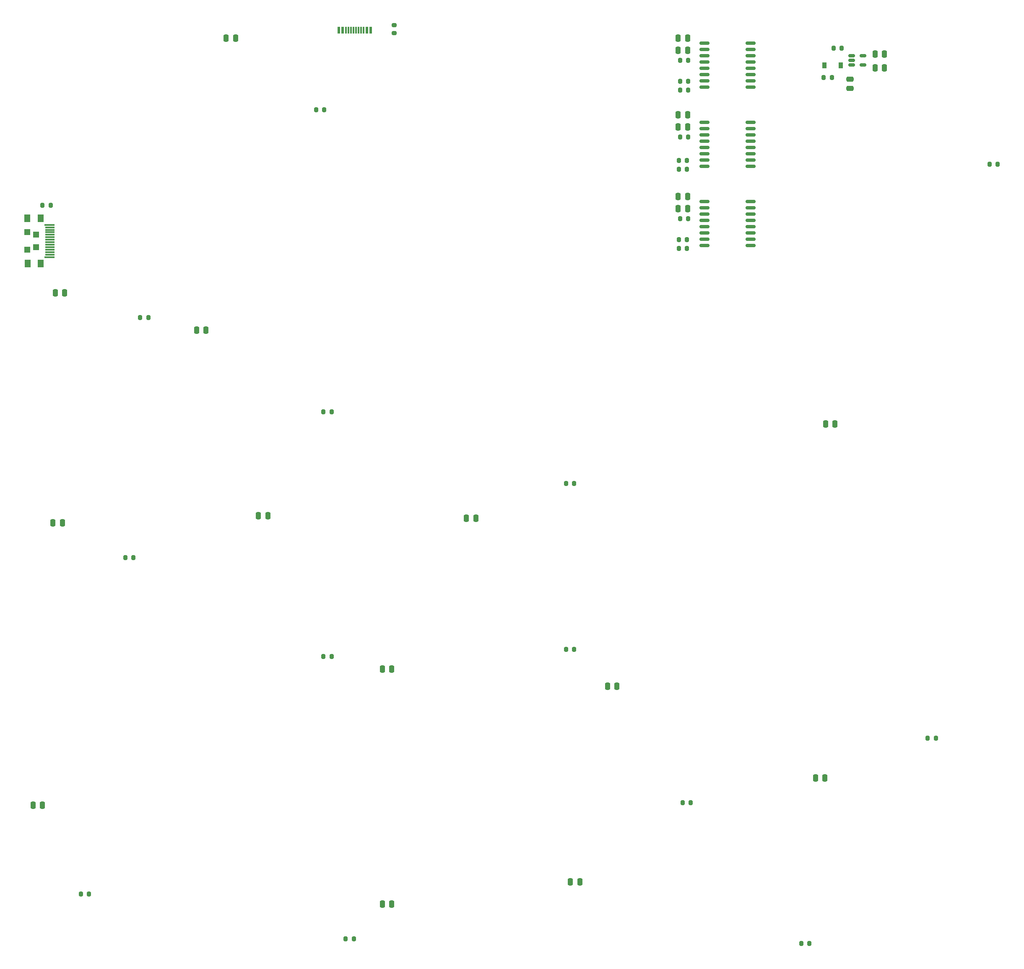
<source format=gbp>
%TF.GenerationSoftware,KiCad,Pcbnew,(6.0.4)*%
%TF.CreationDate,2022-05-26T23:51:16-07:00*%
%TF.ProjectId,bot_R,626f745f-522e-46b6-9963-61645f706362,rev?*%
%TF.SameCoordinates,Original*%
%TF.FileFunction,Paste,Bot*%
%TF.FilePolarity,Positive*%
%FSLAX46Y46*%
G04 Gerber Fmt 4.6, Leading zero omitted, Abs format (unit mm)*
G04 Created by KiCad (PCBNEW (6.0.4)) date 2022-05-26 23:51:16*
%MOMM*%
%LPD*%
G01*
G04 APERTURE LIST*
G04 Aperture macros list*
%AMRoundRect*
0 Rectangle with rounded corners*
0 $1 Rounding radius*
0 $2 $3 $4 $5 $6 $7 $8 $9 X,Y pos of 4 corners*
0 Add a 4 corners polygon primitive as box body*
4,1,4,$2,$3,$4,$5,$6,$7,$8,$9,$2,$3,0*
0 Add four circle primitives for the rounded corners*
1,1,$1+$1,$2,$3*
1,1,$1+$1,$4,$5*
1,1,$1+$1,$6,$7*
1,1,$1+$1,$8,$9*
0 Add four rect primitives between the rounded corners*
20,1,$1+$1,$2,$3,$4,$5,0*
20,1,$1+$1,$4,$5,$6,$7,0*
20,1,$1+$1,$6,$7,$8,$9,0*
20,1,$1+$1,$8,$9,$2,$3,0*%
G04 Aperture macros list end*
%ADD10RoundRect,0.200000X0.200000X0.275000X-0.200000X0.275000X-0.200000X-0.275000X0.200000X-0.275000X0*%
%ADD11R,0.600000X1.450000*%
%ADD12R,0.300000X1.450000*%
%ADD13RoundRect,0.250000X0.250000X0.475000X-0.250000X0.475000X-0.250000X-0.475000X0.250000X-0.475000X0*%
%ADD14RoundRect,0.250000X-0.250000X-0.475000X0.250000X-0.475000X0.250000X0.475000X-0.250000X0.475000X0*%
%ADD15RoundRect,0.200000X-0.200000X-0.275000X0.200000X-0.275000X0.200000X0.275000X-0.200000X0.275000X0*%
%ADD16RoundRect,0.150000X-0.512500X-0.150000X0.512500X-0.150000X0.512500X0.150000X-0.512500X0.150000X0*%
%ADD17RoundRect,0.150000X0.875000X0.150000X-0.875000X0.150000X-0.875000X-0.150000X0.875000X-0.150000X0*%
%ADD18RoundRect,0.250000X-0.475000X0.250000X-0.475000X-0.250000X0.475000X-0.250000X0.475000X0.250000X0*%
%ADD19R,0.900000X1.200000*%
%ADD20R,1.825000X0.400000*%
%ADD21R,1.200000X1.500000*%
%ADD22R,1.200000X1.200000*%
%ADD23R,2.012500X0.400000*%
%ADD24RoundRect,0.200000X0.275000X-0.200000X0.275000X0.200000X-0.275000X0.200000X-0.275000X-0.200000X0*%
G04 APERTURE END LIST*
D10*
%TO.C,R12*%
X134325000Y-119000000D03*
X132675000Y-119000000D03*
%TD*%
D11*
%TO.C,J1*%
X86750000Y-27415000D03*
X87550000Y-27415000D03*
D12*
X88750000Y-27415000D03*
X89750000Y-27415000D03*
X90250000Y-27415000D03*
X91250000Y-27415000D03*
D11*
X92450000Y-27415000D03*
X93250000Y-27415000D03*
X93250000Y-27415000D03*
X92450000Y-27415000D03*
D12*
X91750000Y-27415000D03*
X90750000Y-27415000D03*
X89250000Y-27415000D03*
X88250000Y-27415000D03*
D11*
X87550000Y-27415000D03*
X86750000Y-27415000D03*
%TD*%
D13*
%TO.C,C13*%
X186950000Y-107000000D03*
X185050000Y-107000000D03*
%TD*%
D10*
%TO.C,R23*%
X188325000Y-31000000D03*
X186675000Y-31000000D03*
%TD*%
%TO.C,R8*%
X157825000Y-183500000D03*
X156175000Y-183500000D03*
%TD*%
%TO.C,R14*%
X45325000Y-134000000D03*
X43675000Y-134000000D03*
%TD*%
D14*
%TO.C,C5*%
X195050000Y-35000000D03*
X196950000Y-35000000D03*
%TD*%
D10*
%TO.C,R22*%
X157325000Y-65500000D03*
X155675000Y-65500000D03*
%TD*%
D13*
%TO.C,C8*%
X157200000Y-31500000D03*
X155300000Y-31500000D03*
%TD*%
D15*
%TO.C,R20*%
X155425000Y-55500000D03*
X157075000Y-55500000D03*
%TD*%
D10*
%TO.C,R13*%
X85325000Y-154000000D03*
X83675000Y-154000000D03*
%TD*%
D13*
%TO.C,C10*%
X142950000Y-160000000D03*
X141050000Y-160000000D03*
%TD*%
D10*
%TO.C,R9*%
X181825000Y-212000000D03*
X180175000Y-212000000D03*
%TD*%
D13*
%TO.C,C1*%
X157200000Y-44500000D03*
X155300000Y-44500000D03*
%TD*%
D16*
%TO.C,U3*%
X190362500Y-34450000D03*
X190362500Y-33500000D03*
X190362500Y-32550000D03*
X192637500Y-32550000D03*
X192637500Y-34450000D03*
%TD*%
D13*
%TO.C,C20*%
X97450000Y-156500000D03*
X95550000Y-156500000D03*
%TD*%
D10*
%TO.C,R10*%
X89825000Y-211000000D03*
X88175000Y-211000000D03*
%TD*%
D15*
%TO.C,R26*%
X155425000Y-71500000D03*
X157075000Y-71500000D03*
%TD*%
D13*
%TO.C,C3*%
X157200000Y-61000000D03*
X155300000Y-61000000D03*
%TD*%
%TO.C,C19*%
X30950000Y-127000000D03*
X29050000Y-127000000D03*
%TD*%
%TO.C,C9*%
X157200000Y-29000000D03*
X155300000Y-29000000D03*
%TD*%
%TO.C,C2*%
X157200000Y-47000000D03*
X155300000Y-47000000D03*
%TD*%
D14*
%TO.C,C6*%
X195050000Y-32250000D03*
X196950000Y-32250000D03*
%TD*%
D17*
%TO.C,U4*%
X169900000Y-62055000D03*
X169900000Y-63325000D03*
X169900000Y-64595000D03*
X169900000Y-65865000D03*
X169900000Y-67135000D03*
X169900000Y-68405000D03*
X169900000Y-69675000D03*
X169900000Y-70945000D03*
X160600000Y-70945000D03*
X160600000Y-69675000D03*
X160600000Y-68405000D03*
X160600000Y-67135000D03*
X160600000Y-65865000D03*
X160600000Y-64595000D03*
X160600000Y-63325000D03*
X160600000Y-62055000D03*
%TD*%
D10*
%TO.C,R18*%
X157325000Y-49000000D03*
X155675000Y-49000000D03*
%TD*%
D18*
%TO.C,C7*%
X190000000Y-37300000D03*
X190000000Y-39200000D03*
%TD*%
D17*
%TO.C,U2*%
X169900000Y-46055000D03*
X169900000Y-47325000D03*
X169900000Y-48595000D03*
X169900000Y-49865000D03*
X169900000Y-51135000D03*
X169900000Y-52405000D03*
X169900000Y-53675000D03*
X169900000Y-54945000D03*
X160600000Y-54945000D03*
X160600000Y-53675000D03*
X160600000Y-52405000D03*
X160600000Y-51135000D03*
X160600000Y-49865000D03*
X160600000Y-48595000D03*
X160600000Y-47325000D03*
X160600000Y-46055000D03*
%TD*%
D19*
%TO.C,D1*%
X188150000Y-34500000D03*
X184850000Y-34500000D03*
%TD*%
D20*
%TO.C,P1*%
X28450000Y-67250000D03*
X28450000Y-68750000D03*
X28450000Y-69250000D03*
X28450000Y-69750000D03*
X28450000Y-70250000D03*
X28450000Y-71750000D03*
X28450000Y-72250000D03*
X28450000Y-72750000D03*
X28450000Y-71250000D03*
X28450000Y-70750000D03*
X28450000Y-68250000D03*
X28450000Y-67750000D03*
D21*
X23950000Y-74550000D03*
X26550000Y-65450000D03*
D22*
X23900000Y-71750000D03*
D21*
X26600000Y-74550000D03*
D23*
X28356250Y-66750000D03*
X28350000Y-73250000D03*
D22*
X25650000Y-68750000D03*
D21*
X23900000Y-65450000D03*
D22*
X23900000Y-68250000D03*
X25650000Y-71250000D03*
%TD*%
D13*
%TO.C,C14*%
X65950000Y-29000000D03*
X64050000Y-29000000D03*
%TD*%
%TO.C,C17*%
X59950000Y-88000000D03*
X58050000Y-88000000D03*
%TD*%
D15*
%TO.C,R3*%
X155675000Y-39500000D03*
X157325000Y-39500000D03*
%TD*%
D24*
%TO.C,R4*%
X98000000Y-28025000D03*
X98000000Y-26375000D03*
%TD*%
D13*
%TO.C,C21*%
X97450000Y-204000000D03*
X95550000Y-204000000D03*
%TD*%
%TO.C,C12*%
X184950000Y-178500000D03*
X183050000Y-178500000D03*
%TD*%
%TO.C,C22*%
X26950000Y-184000000D03*
X25050000Y-184000000D03*
%TD*%
D10*
%TO.C,R17*%
X36325000Y-202000000D03*
X34675000Y-202000000D03*
%TD*%
D13*
%TO.C,C15*%
X114450000Y-126000000D03*
X112550000Y-126000000D03*
%TD*%
D15*
%TO.C,R25*%
X155675000Y-37750000D03*
X157325000Y-37750000D03*
%TD*%
%TO.C,R19*%
X155425000Y-69750000D03*
X157075000Y-69750000D03*
%TD*%
D13*
%TO.C,C4*%
X157200000Y-63500000D03*
X155300000Y-63500000D03*
%TD*%
D10*
%TO.C,R6*%
X219825000Y-54500000D03*
X218175000Y-54500000D03*
%TD*%
D13*
%TO.C,C18*%
X72450000Y-125500000D03*
X70550000Y-125500000D03*
%TD*%
D10*
%TO.C,R1*%
X157325000Y-33500000D03*
X155675000Y-33500000D03*
%TD*%
%TO.C,R7*%
X207325000Y-170500000D03*
X205675000Y-170500000D03*
%TD*%
%TO.C,R16*%
X48325000Y-85500000D03*
X46675000Y-85500000D03*
%TD*%
%TO.C,R15*%
X85325000Y-104500000D03*
X83675000Y-104500000D03*
%TD*%
%TO.C,R21*%
X28585000Y-62800000D03*
X26935000Y-62800000D03*
%TD*%
D13*
%TO.C,C11*%
X135450000Y-199500000D03*
X133550000Y-199500000D03*
%TD*%
D15*
%TO.C,R2*%
X155425000Y-53750000D03*
X157075000Y-53750000D03*
%TD*%
D10*
%TO.C,R11*%
X134325000Y-152500000D03*
X132675000Y-152500000D03*
%TD*%
%TO.C,R5*%
X83825000Y-43500000D03*
X82175000Y-43500000D03*
%TD*%
D15*
%TO.C,R24*%
X184675000Y-37000000D03*
X186325000Y-37000000D03*
%TD*%
D13*
%TO.C,C16*%
X31450000Y-80500000D03*
X29550000Y-80500000D03*
%TD*%
D17*
%TO.C,U1*%
X169900000Y-30055000D03*
X169900000Y-31325000D03*
X169900000Y-32595000D03*
X169900000Y-33865000D03*
X169900000Y-35135000D03*
X169900000Y-36405000D03*
X169900000Y-37675000D03*
X169900000Y-38945000D03*
X160600000Y-38945000D03*
X160600000Y-37675000D03*
X160600000Y-36405000D03*
X160600000Y-35135000D03*
X160600000Y-33865000D03*
X160600000Y-32595000D03*
X160600000Y-31325000D03*
X160600000Y-30055000D03*
%TD*%
M02*

</source>
